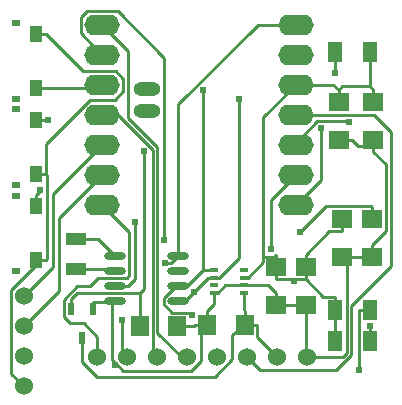
<source format=gtl>
G04 Layer: TopLayer*
G04 EasyEDA v6.5.42, 2024-06-11 14:58:49*
G04 7db2e0652eb0440fb163e0b1e141f317,b485016a937d426fb03638db52ce050d,10*
G04 Gerber Generator version 0.2*
G04 Scale: 100 percent, Rotated: No, Reflected: No *
G04 Dimensions in millimeters *
G04 leading zeros omitted , absolute positions ,4 integer and 5 decimal *
%FSLAX45Y45*%
%MOMM*%

%AMMACRO1*21,1,$1,$2,0,0,$3*%
%ADD10C,0.2540*%
%ADD11MACRO1,1.728X1.485X0.0000*%
%ADD12R,1.7280X1.4850*%
%ADD13MACRO1,1.728X1.485X90.0000*%
%ADD14O,0.7670038X0.36400740000000004*%
%ADD15R,0.6000X1.0700*%
%ADD16MACRO1,1.701X1.2075X90.0000*%
%ADD17O,2.999994X1.7500092*%
%ADD18O,2.2999954X1.1999976*%
%ADD19O,1.8649950000000002X0.6299962*%
%ADD20R,1.7000X1.0500*%
%ADD21MACRO1,1.7X1.05X0.0000*%
%ADD22R,1.0500X1.4500*%
%ADD23R,0.8000X0.6000*%
%ADD24C,1.5240*%
%ADD25C,0.6100*%
%ADD26C,0.0199*%

%LPD*%
D10*
X6487388Y3885692D02*
G01*
X6570675Y3885692D01*
X6591300Y3906316D01*
X6762800Y5347106D02*
G01*
X6487388Y5071694D01*
X6487388Y3885692D01*
X6487388Y3885692D02*
G01*
X6487388Y3844010D01*
X6358864Y3715486D01*
X6323456Y3715486D01*
X5230850Y3644900D02*
G01*
X5339384Y3644900D01*
X5400649Y3706164D01*
X5400649Y4182414D01*
X6331458Y3334435D02*
G01*
X6223000Y3225977D01*
X6223000Y3021914D01*
X6074486Y2873400D01*
X5079009Y2873400D01*
X4953000Y2999409D01*
X4953000Y3203905D01*
X6331458Y3371875D02*
G01*
X6331458Y3429025D01*
X6331458Y3314700D02*
G01*
X6331458Y3334435D01*
X6331458Y3371875D02*
G01*
X6331458Y3334435D01*
X6745706Y3701999D02*
G01*
X6745706Y3683990D01*
X6745706Y3701999D02*
G01*
X6845300Y3701999D01*
X6591300Y3701999D02*
G01*
X6745706Y3701999D01*
X6591300Y3804157D02*
G01*
X6591300Y3701999D01*
X6591300Y3855237D02*
G01*
X6591300Y3804157D01*
X6591300Y3855237D02*
G01*
X6591300Y3906316D01*
X7124700Y5303316D02*
G01*
X7080910Y5347106D01*
X6762800Y5347106D01*
X7386878Y5333237D02*
G01*
X7416800Y5303316D01*
X7386878Y5626100D02*
G01*
X7386878Y5333237D01*
X7386878Y5333237D02*
G01*
X7154621Y5333237D01*
X7124700Y5303316D01*
X6323456Y3585489D02*
G01*
X6323456Y3437026D01*
X6331458Y3429025D01*
X6331458Y3314700D02*
G01*
X6433616Y3314700D01*
X6604000Y3043605D02*
G01*
X6433616Y3213988D01*
X6433616Y3314700D01*
X6845300Y3804157D02*
G01*
X6845300Y3906316D01*
X7153783Y4208906D02*
G01*
X7153783Y4106748D01*
X7153783Y4106748D02*
G01*
X7045731Y4106748D01*
X6845300Y3906316D01*
X7091121Y3441700D02*
G01*
X7091121Y3554653D01*
X6845300Y3804157D02*
G01*
X6845300Y3701999D01*
X7091121Y3554653D02*
G01*
X6992645Y3554653D01*
X6845300Y3701999D01*
X7091121Y3175000D02*
G01*
X7091121Y3441700D01*
X7416800Y5201157D02*
G01*
X7416800Y5303316D01*
X7124700Y5201157D02*
G01*
X7124700Y5303316D01*
X4603216Y3861917D02*
G01*
X4351147Y3609847D01*
X4351147Y2900553D01*
X4457700Y2794000D01*
X4603216Y3861917D02*
G01*
X4643424Y3861917D01*
X4563008Y3861917D02*
G01*
X4603216Y3861917D01*
X4643424Y3861917D02*
G01*
X4655413Y3873906D01*
X4655413Y4581677D01*
X4644948Y4592142D01*
X4644948Y4592142D02*
G01*
X4644948Y4842002D01*
X5022240Y5219293D01*
X5229428Y5219293D01*
X5302478Y5292344D01*
X5302478Y5398312D01*
X5238902Y5461888D01*
X4958943Y5461888D01*
X4643424Y5777407D01*
X4643424Y4592142D02*
G01*
X4644948Y4592142D01*
X5227167Y2977159D02*
G01*
X5237835Y2987827D01*
X5237835Y2987827D02*
G01*
X5207000Y3018637D01*
X5207000Y3494049D01*
X5230850Y3517900D01*
X5961862Y3314700D02*
G01*
X5961862Y3012389D01*
X5874080Y2924606D01*
X5301030Y2924606D01*
X5237835Y2987827D01*
X4563008Y5777407D02*
G01*
X4643424Y5777407D01*
X4563008Y4592142D02*
G01*
X4643424Y4592142D01*
X5961862Y3314700D02*
G01*
X5910783Y3314700D01*
X6012941Y3314700D02*
G01*
X5961862Y3314700D01*
X6591300Y3536746D02*
G01*
X6642404Y3485642D01*
X6845300Y3485642D01*
X6591300Y3536746D02*
G01*
X6591300Y3587826D01*
X6591300Y3485642D02*
G01*
X6591300Y3536746D01*
X7191197Y3890390D02*
G01*
X7407783Y3890390D01*
X7153783Y3890390D02*
G01*
X7191197Y3890390D01*
X7191197Y3890390D02*
G01*
X7191197Y3073476D01*
X7161326Y3043605D01*
X6858000Y3043605D01*
X7124700Y4882642D02*
G01*
X7239025Y4882642D01*
X7416800Y4831562D02*
G01*
X7290104Y4831562D01*
X7239025Y4882642D01*
X7416800Y4831562D02*
G01*
X7416800Y4780483D01*
X7416800Y4882642D02*
G01*
X7416800Y4831562D01*
X6012941Y3314700D02*
G01*
X6012941Y3429025D01*
X6071743Y3585489D02*
G01*
X6101130Y3585489D01*
X6166129Y3650487D01*
X6323456Y3650487D01*
X6071743Y3585489D02*
G01*
X6071743Y3487826D01*
X6012941Y3429025D01*
X5759958Y3302000D02*
G01*
X5898083Y3302000D01*
X5910783Y3314700D01*
X7407783Y3890390D02*
G01*
X7407783Y3992575D01*
X7407783Y3992575D02*
G01*
X7522286Y4107078D01*
X7522286Y4674996D01*
X7416800Y4780483D01*
X6323456Y3650487D02*
G01*
X6528638Y3650487D01*
X6591300Y3587826D01*
X5047995Y3450894D02*
G01*
X5047995Y3508400D01*
X6858000Y3043605D02*
G01*
X6845300Y3056305D01*
X6845300Y3485642D01*
X5230850Y3517900D02*
G01*
X5221350Y3508400D01*
X5047995Y3508400D01*
X6796328Y4102049D02*
G01*
X7017918Y4323638D01*
X7395209Y4323638D01*
X7407783Y4311065D01*
X7407783Y4208906D02*
G01*
X7407783Y4311065D01*
X5441441Y3582923D02*
G01*
X5475960Y3617442D01*
X5475960Y4783861D01*
X5441441Y3582923D02*
G01*
X5441441Y3302000D01*
X5441441Y3582923D02*
G01*
X4908600Y3582923D01*
X4858004Y3532327D01*
X4858004Y3450894D02*
G01*
X4858004Y3532327D01*
X5767349Y3644900D02*
G01*
X5748324Y3644900D01*
X5646013Y3542588D01*
X5646013Y3488385D01*
X5716371Y3418027D01*
X5860059Y3418027D01*
X5881700Y3396386D01*
X5974816Y3780510D02*
G01*
X5839206Y3644900D01*
X5767349Y3644900D01*
X7298588Y3441700D02*
G01*
X7293279Y3436391D01*
X7293279Y2932328D01*
X7386878Y3441700D02*
G01*
X7298588Y3441700D01*
X6071743Y3780510D02*
G01*
X5974816Y3780510D01*
X5974816Y3780510D02*
G01*
X5974816Y5302630D01*
X4457700Y3302000D02*
G01*
X4759248Y3603548D01*
X4759248Y4219143D01*
X5124399Y4584293D01*
X4457700Y3556000D02*
G01*
X4707661Y3805961D01*
X4707661Y4421555D01*
X5124399Y4838293D01*
X7386878Y3287953D02*
G01*
X7386878Y3308350D01*
X7386878Y3175000D02*
G01*
X7386878Y3287953D01*
X5903315Y3596792D02*
G01*
X6022009Y3715486D01*
X6071743Y3715486D01*
X5767349Y3517900D02*
G01*
X5824423Y3517900D01*
X5903315Y3596792D01*
X6071743Y3715486D02*
G01*
X6071743Y3715512D01*
X6112763Y3715512D01*
X6278270Y3881018D01*
X6278270Y5229402D01*
X5124399Y4330293D02*
G01*
X5352186Y4102506D01*
X5352186Y3732656D01*
X5330316Y3710787D01*
X5084318Y3710787D01*
X5018481Y3644950D01*
X4911725Y3644950D01*
X4796078Y3529304D01*
X4796078Y3384524D01*
X4850765Y3329838D01*
X4964658Y3329838D01*
X5080000Y3214496D01*
X5080000Y3043605D01*
X5334000Y3043605D02*
G01*
X5293461Y3084144D01*
X5293461Y3357549D01*
X5124399Y5600293D02*
G01*
X4940020Y5784672D01*
X4940020Y5917564D01*
X4994071Y5971616D01*
X5253710Y5971616D01*
X5648909Y5576417D01*
X5648909Y4031005D01*
X5124399Y5092293D02*
G01*
X5254599Y5092293D01*
X5549569Y4797323D01*
X5549569Y3082036D01*
X5588000Y3043605D01*
X5124399Y5854293D02*
G01*
X5343270Y5635421D01*
X5343270Y5067452D01*
X5590336Y4820386D01*
X5590336Y3249421D01*
X5796152Y3043605D01*
X5842000Y3043605D01*
X6762800Y4585106D02*
G01*
X6551447Y4373753D01*
X6551447Y3954322D01*
X6350000Y3043605D02*
G01*
X6462674Y2930931D01*
X7106335Y2930931D01*
X7231989Y3056585D01*
X7231989Y3473170D01*
X7567701Y3808882D01*
X7567701Y4949037D01*
X7423632Y5093106D01*
X6762800Y5093106D01*
X7091121Y5626100D02*
G01*
X7091121Y5447487D01*
X4563008Y5322417D02*
G01*
X5100523Y5322417D01*
X5124399Y5346293D01*
X5656097Y3835400D02*
G01*
X5703849Y3835400D01*
X5767349Y3898900D01*
X5767349Y3898900D02*
G01*
X5767349Y5183149D01*
X6439306Y5855106D01*
X6762800Y5855106D01*
X4563008Y4316907D02*
G01*
X4563008Y4417313D01*
X6762800Y4839106D02*
G01*
X6762800Y4857572D01*
X6943293Y5038064D01*
X7206081Y5038064D01*
X7212914Y5031231D01*
X4563008Y4417313D02*
G01*
X4596841Y4451146D01*
X4596841Y4454525D01*
X4563008Y5047157D02*
G01*
X4662195Y5047157D01*
X6975525Y4977892D02*
G01*
X6975525Y4543831D01*
X6762800Y4331106D01*
X4902200Y4039107D02*
G01*
X5090642Y4039107D01*
X5230850Y3898900D01*
X4902200Y3784092D02*
G01*
X5218658Y3784092D01*
X5230850Y3771900D01*
D11*
G01*
X6845300Y3804150D03*
D12*
G01*
X6845300Y3485642D03*
D11*
G01*
X6591300Y3485649D03*
D12*
G01*
X6591300Y3804157D03*
D11*
G01*
X7124700Y5201150D03*
D12*
G01*
X7124700Y4882642D03*
D11*
G01*
X7416800Y5201150D03*
D12*
G01*
X7416800Y4882642D03*
D13*
G01*
X6331450Y3314700D03*
G01*
X6012949Y3314700D03*
G01*
X5759950Y3302000D03*
G01*
X5441449Y3302000D03*
D11*
G01*
X7407783Y3890398D03*
D12*
G01*
X7407783Y4208906D03*
D14*
G01*
X6071743Y3780510D03*
G01*
X6071743Y3715486D03*
G01*
X6071743Y3650487D03*
G01*
X6071743Y3585489D03*
G01*
X6323456Y3585489D03*
G01*
X6323456Y3650487D03*
G01*
X6323456Y3715486D03*
G01*
X6323456Y3780510D03*
D15*
G01*
X5047995Y3450894D03*
G01*
X4858004Y3450894D03*
G01*
X4953000Y3203905D03*
D11*
G01*
X7153783Y3890398D03*
D12*
G01*
X7153783Y4208906D03*
D16*
G01*
X7386876Y3441700D03*
G01*
X7091123Y3441700D03*
G01*
X7386876Y3175000D03*
G01*
X7091123Y3175000D03*
G01*
X7386876Y5626100D03*
G01*
X7091123Y5626100D03*
D17*
G01*
X5124399Y5854293D03*
G01*
X5124399Y5600293D03*
G01*
X5124399Y5346293D03*
G01*
X5124399Y5092293D03*
G01*
X5124399Y4838293D03*
G01*
X5124399Y4584293D03*
G01*
X5124399Y4330293D03*
G01*
X6762800Y5855106D03*
G01*
X6762800Y5601106D03*
G01*
X6762800Y5347106D03*
G01*
X6762800Y5093106D03*
G01*
X6762800Y4839106D03*
G01*
X6762800Y4585106D03*
G01*
X6762800Y4331106D03*
D18*
G01*
X5498795Y5313502D03*
G01*
X5498795Y5124704D03*
D19*
G01*
X5230850Y3898900D03*
G01*
X5230850Y3771900D03*
G01*
X5230850Y3644900D03*
G01*
X5230850Y3517900D03*
G01*
X5767349Y3898900D03*
G01*
X5767349Y3771900D03*
G01*
X5767349Y3644900D03*
G01*
X5767349Y3517900D03*
D20*
G01*
X4902200Y3784092D03*
D21*
G01*
X4902200Y4039100D03*
D22*
G01*
X4563008Y3861892D03*
G01*
X4563008Y4316882D03*
D23*
G01*
X4390491Y3769410D03*
G01*
X4390491Y4409389D03*
D22*
G01*
X4563008Y4592142D03*
G01*
X4563008Y5047132D03*
D23*
G01*
X4390491Y4499660D03*
G01*
X4390491Y5139639D03*
D22*
G01*
X4563008Y5322392D03*
G01*
X4563008Y5777382D03*
D23*
G01*
X4390491Y5229910D03*
G01*
X4390491Y5869889D03*
D24*
G01*
X5080000Y3043605D03*
G01*
X5334000Y3043605D03*
G01*
X5588000Y3043605D03*
G01*
X5842000Y3043605D03*
G01*
X6096000Y3043605D03*
G01*
X6350000Y3043605D03*
G01*
X6604000Y3043605D03*
G01*
X6858000Y3043605D03*
G01*
X4457700Y3556000D03*
G01*
X4457700Y3302000D03*
G01*
X4457700Y3048000D03*
G01*
X4457700Y2794000D03*
D25*
G01*
X5400649Y4182414D03*
G01*
X6745706Y3683990D03*
G01*
X5227167Y2977159D03*
G01*
X6796328Y4102049D03*
G01*
X5475960Y4783861D03*
G01*
X5881700Y3396386D03*
G01*
X7293279Y2932328D03*
G01*
X5974816Y5302630D03*
G01*
X7386878Y3308350D03*
G01*
X5903315Y3596792D03*
G01*
X6278270Y5229402D03*
G01*
X5293461Y3357549D03*
G01*
X5648909Y4031005D03*
G01*
X6551447Y3954322D03*
G01*
X7091121Y5447487D03*
G01*
X5656097Y3835400D03*
G01*
X7212914Y5031231D03*
G01*
X4596841Y4454525D03*
G01*
X6975525Y4977892D03*
G01*
X4662195Y5047157D03*
M02*

</source>
